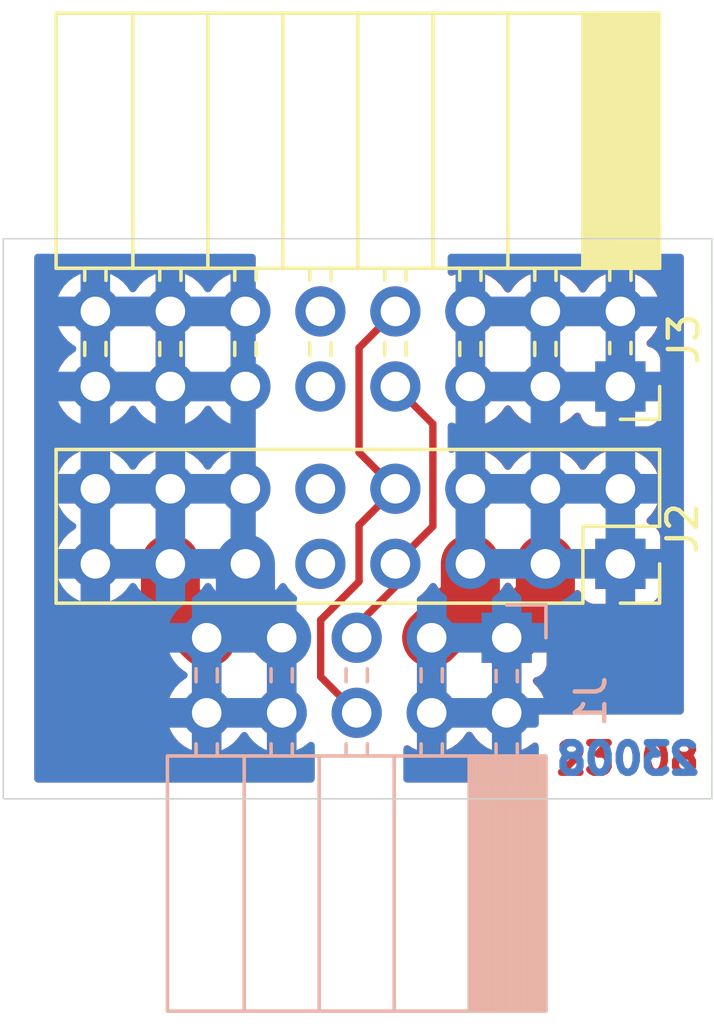
<source format=kicad_pcb>
(kicad_pcb (version 20211014) (generator pcbnew)
  (layers (0 "F.Cu" signal) (31 "B.Cu" signal) (34 "B.Paste" user) (35 "F.Paste" user) (36 "B.SilkS" user "B.Silkscreen") (37 "F.SilkS" user "F.Silkscreen") (38 "B.Mask" user) (39 "F.Mask" user) (44 "Edge.Cuts" user))
  (net 0 "")
  (net 1 "GND")
  (net 2 "+24V")
  (net 3 "Net-(D3-Pad2)")
  (net 4 "Net-(D4-Pad2)")
  (net 5 "/canh")
  (net 6 "Net-(J1-Pad6)")
  (net 7 "Net-(J2-Pad10)")
  (net 8 "Net-(J2-Pad9)")
  (footprint "Connector_PinSocket_2.54mm:PinSocket_2x08_P2.54mm_Vertical" (layer "F.Cu") (at 142.85 65.6 -90)
    (fp_text reference "J2" (at -1.2 -2.1 90) (layer "F.SilkS"))
    (fp_text value "Conn_02x08_Odd_Even" hide)
    (fp_line (start -3.87 19.11) (end 1.33 19.11) (layer "F.SilkS") (width 0.12))
    (fp_line (start -3.87 -1.33) (end -1.27 -1.33) (layer "F.SilkS") (width 0.12))
    (fp_line (start -1.27 1.27) (end 1.33 1.27) (layer "F.SilkS") (width 0.12))
    (fp_line (start 1.33 1.27) (end 1.33 19.11) (layer "F.SilkS") (width 0.12))
    (fp_line (start -1.27 -1.33) (end -1.27 1.27) (layer "F.SilkS") (width 0.12))
    (fp_line (start 0 -1.33) (end 1.33 -1.33) (layer "F.SilkS") (width 0.12))
    (fp_line (start 1.33 -1.33) (end 1.33 0) (layer "F.SilkS") (width 0.12))
    (fp_line (start -3.87 -1.33) (end -3.87 19.11) (layer "F.SilkS") (width 0.12))
    (pad "1" thru_hole rect locked (at 0 0 270) (size 1.7 1.7) (drill 1) (layers *.Cu *.Mask) (net 2 "+24V"))
    (pad "2" thru_hole oval locked (at -2.54 0 270) (size 1.7 1.7) (drill 1) (layers *.Cu *.Mask) (net 2 "+24V"))
    (pad "3" thru_hole oval locked (at 0 2.54 270) (size 1.7 1.7) (drill 1) (layers *.Cu *.Mask) (net 2 "+24V"))
    (pad "4" thru_hole oval locked (at -2.54 2.54 270) (size 1.7 1.7) (drill 1) (layers *.Cu *.Mask) (net 2 "+24V"))
    (pad "5" thru_hole oval locked (at 0 5.08 270) (size 1.7 1.7) (drill 1) (layers *.Cu *.Mask) (net 2 "+24V"))
    (pad "6" thru_hole oval locked (at -2.54 5.08 270) (size 1.7 1.7) (drill 1) (layers *.Cu *.Mask) (net 2 "+24V"))
    (pad "7" thru_hole oval locked (at 0 7.62 270) (size 1.7 1.7) (drill 1) (layers *.Cu *.Mask) (net 5 "/canh"))
    (pad "8" thru_hole oval locked (at -2.54 7.62 270) (size 1.7 1.7) (drill 1) (layers *.Cu *.Mask) (net 6 "Net-(J1-Pad6)"))
    (pad "9" thru_hole oval locked (at 0 10.16 270) (size 1.7 1.7) (drill 1) (layers *.Cu *.Mask) (net 8 "Net-(J2-Pad9)"))
    (pad "10" thru_hole oval locked (at -2.54 10.16 270) (size 1.7 1.7) (drill 1) (layers *.Cu *.Mask) (net 7 "Net-(J2-Pad10)"))
    (pad "11" thru_hole oval locked (at 0 12.7 270) (size 1.7 1.7) (drill 1) (layers *.Cu *.Mask) (net 1 "GND"))
    (pad "12" thru_hole oval locked (at -2.54 12.7 270) (size 1.7 1.7) (drill 1) (layers *.Cu *.Mask) (net 1 "GND"))
    (pad "13" thru_hole oval locked (at 0 15.24 270) (size 1.7 1.7) (drill 1) (layers *.Cu *.Mask) (net 1 "GND"))
    (pad "14" thru_hole oval locked (at -2.54 15.24 270) (size 1.7 1.7) (drill 1) (layers *.Cu *.Mask) (net 1 "GND"))
    (pad "15" thru_hole oval locked (at 0 17.78 270) (size 1.7 1.7) (drill 1) (layers *.Cu *.Mask) (net 1 "GND"))
    (pad "16" thru_hole oval locked (at -2.54 17.78 270) (size 1.7 1.7) (drill 1) (layers *.Cu *.Mask) (net 1 "GND"))
  )
  (footprint "Connector_PinSocket_2.54mm:PinSocket_2x08_P2.54mm_Horizontal" (layer "F.Cu") (at 142.85 59.6 -90)
    (fp_text reference "J3" (at -1.6 -2.15 90) (layer "F.SilkS"))
    (fp_text value "Conn_02x08_Odd_Even" hide)
    (fp_line (start -4 12.34) (end -3.59 12.34) (layer "F.SilkS") (width 0.12))
    (fp_line (start -1.49 -0.36) (end -1.11 -0.36) (layer "F.SilkS") (width 0.12))
    (fp_line (start -12.63 0.67952) (end -4 0.67952) (layer "F.SilkS") (width 0.12))
    (fp_line (start -1.49 14.88) (end -1.05 14.88) (layer "F.SilkS") (width 0.12))
    (fp_line (start -4 2.18) (end -3.59 2.18) (layer "F.SilkS") (width 0.12))
    (fp_line (start -12.63 -0.73762) (end -4 -0.73762) (layer "F.SilkS") (width 0.12))
    (fp_line (start -1.49 4.72) (end -1.05 4.72) (layer "F.SilkS") (width 0.12))
    (fp_line (start -4 0.36) (end -3.59 0.36) (layer "F.SilkS") (width 0.12))
    (fp_line (start -1.49 7.98) (end -1.05 7.98) (layer "F.SilkS") (width 0.12))
    (fp_line (start -4 10.52) (end -3.59 10.52) (layer "F.SilkS") (width 0.12))
    (fp_line (start -1.49 5.44) (end -1.05 5.44) (layer "F.SilkS") (width 0.12))
    (fp_line (start -12.63 11.43) (end -4 11.43) (layer "F.SilkS") (width 0.12))
    (fp_line (start -12.63 -0.147145) (end -4 -0.147145) (layer "F.SilkS") (width 0.12))
    (fp_line (start -12.63 -1.33) (end -12.63 19.11) (layer "F.SilkS") (width 0.12))
    (fp_line (start -12.63 13.97) (end -4 13.97) (layer "F.SilkS") (width 0.12))
    (fp_line (start -1.49 15.6) (end -1.05 15.6) (layer "F.SilkS") (width 0.12))
    (fp_line (start -1.49 7.26) (end -1.05 7.26) (layer "F.SilkS") (width 0.12))
    (fp_line (start 0 -1.33) (end 1.11 -1.33) (layer "F.SilkS") (width 0.12))
    (fp_line (start -1.49 18.14) (end -1.05 18.14) (layer "F.SilkS") (width 0.12))
    (fp_line (start -12.63 -0.26524) (end -4 -0.26524) (layer "F.SilkS") (width 0.12))
    (fp_line (start -4 5.44) (end -3.59 5.44) (layer "F.SilkS") (width 0.12))
    (fp_line (start -4 2.9) (end -3.59 2.9) (layer "F.SilkS") (width 0.12))
    (fp_line (start -12.63 19.11) (end -4 19.11) (layer "F.SilkS") (width 0.12))
    (fp_line (start -4 -1.33) (end -4 19.11) (layer "F.SilkS") (width 0.12))
    (fp_line (start -12.63 -0.383335) (end -4 -0.383335) (layer "F.SilkS") (width 0.12))
    (fp_line (start -4 15.6) (end -3.59 15.6) (layer "F.SilkS") (width 0.12))
    (fp_line (start -12.63 8.89) (end -4 8.89) (layer "F.SilkS") (width 0.12))
    (fp_line (start -12.63 -0.50143) (end -4 -0.50143) (layer "F.SilkS") (width 0.12))
    (fp_line (start -4 9.8) (end -3.59 9.8) (layer "F.SilkS") (width 0.12))
    (fp_line (start -12.63 0.20714) (end -4 0.20714) (layer "F.SilkS") (width 0.12))
    (fp_line (start -12.63 -1.091905) (end -4 -1.091905) (layer "F.SilkS") (width 0.12))
    (fp_line (start -1.49 9.8) (end -1.05 9.8) (layer "F.SilkS") (width 0.12))
    (fp_line (start -4 17.42) (end -3.59 17.42) (layer "F.SilkS") (width 0.12))
    (fp_line (start -12.63 1.1519) (end -4 1.1519) (layer "F.SilkS") (width 0.12))
    (fp_line (start -1.49 0.36) (end -1.11 0.36) (layer "F.SilkS") (width 0.12))
    (fp_line (start -12.63 16.51) (end -4 16.51) (layer "F.SilkS") (width 0.12))
    (fp_line (start -12.63 6.35) (end -4 6.35) (layer "F.SilkS") (width 0.12))
    (fp_line (start -12.63 0.44333) (end -4 0.44333) (layer "F.SilkS") (width 0.12))
    (fp_line (start -1.49 17.42) (end -1.05 17.42) (layer "F.SilkS") (width 0.12))
    (fp_line (start -12.63 1.27) (end -4 1.27) (layer "F.SilkS") (width 0.12))
    (fp_line (start -4 18.14) (end -3.59 18.14) (layer "F.SilkS") (width 0.12))
    (fp_line (start -12.63 1.033805) (end -4 1.033805) (layer "F.SilkS") (width 0.12))
    (fp_line (start -4 14.88) (end -3.59 14.88) (layer "F.SilkS") (width 0.12))
    (fp_line (start -12.63 -0.02905) (end -4 -0.02905) (layer "F.SilkS") (width 0.12))
    (fp_line (start -1.49 13.06) (end -1.05 13.06) (layer "F.SilkS") (width 0.12))
    (fp_line (start 1.11 -1.33) (end 1.11 0) (layer "F.SilkS") (width 0.12))
    (fp_line (start -12.63 -0.855715) (end -4 -0.855715) (layer "F.SilkS") (width 0.12))
    (fp_line (start -12.63 -1.33) (end -4 -1.33) (layer "F.SilkS") (width 0.12))
    (fp_line (start -4 4.72) (end -3.59 4.72) (layer "F.SilkS") (width 0.12))
    (fp_line (start -4 -0.36) (end -3.59 -0.36) (layer "F.SilkS") (width 0.12))
    (fp_line (start -1.49 12.34) (end -1.05 12.34) (layer "F.SilkS") (width 0.12))
    (fp_line (start -1.49 10.52) (end -1.05 10.52) (layer "F.SilkS") (width 0.12))
    (fp_line (start -12.63 0.561425) (end -4 0.561425) (layer "F.SilkS") (width 0.12))
    (fp_line (start -4 7.98) (end -3.59 7.98) (layer "F.SilkS") (width 0.12))
    (fp_line (start -12.63 0.325235) (end -4 0.325235) (layer "F.SilkS") (width 0.12))
    (fp_line (start -12.63 3.81) (end -4 3.81) (layer "F.SilkS") (width 0.12))
    (fp_line (start -1.49 2.9) (end -1.05 2.9) (layer "F.SilkS") (width 0.12))
    (fp_line (start -4 13.06) (end -3.59 13.06) (layer "F.SilkS") (width 0.12))
    (fp_line (start -12.63 -0.97381) (end -4 -0.97381) (layer "F.SilkS") (width 0.12))
    (fp_line (start -12.63 -1.21) (end -4 -1.21) (layer "F.SilkS") (width 0.12))
    (fp_line (start -12.63 0.089045) (end -4 0.089045) (layer "F.SilkS") (width 0.12))
    (fp_line (start -12.63 0.797615) (end -4 0.797615) (layer "F.SilkS") (width 0.12))
    (fp_line (start -12.63 0.91571) (end -4 0.91571) (layer "F.SilkS") (width 0.12))
    (fp_line (start -1.49 2.18) (end -1.05 2.18) (layer "F.SilkS") (width 0.12))
    (fp_line (start -4 7.26) (end -3.59 7.26) (layer "F.SilkS") (width 0.12))
    (fp_line (start -12.63 -0.619525) (end -4 -0.619525) (layer "F.SilkS") (width 0.12))
    (pad "1" thru_hole rect locked (at 0 0 270) (size 1.7 1.7) (drill 1) (layers *.Cu *.Mask) (net 2 "+24V"))
    (pad "2" thru_hole oval locked (at -2.54 0 270) (size 1.7 1.7) (drill 1) (layers *.Cu *.Mask) (net 2 "+24V"))
    (pad "3" thru_hole oval locked (at 0 2.54 270) (size 1.7 1.7) (drill 1) (layers *.Cu *.Mask) (net 2 "+24V"))
    (pad "4" thru_hole oval locked (at -2.54 2.54 270) (size 1.7 1.7) (drill 1) (layers *.Cu *.Mask) (net 2 "+24V"))
    (pad "5" thru_hole oval locked (at 0 5.08 270) (size 1.7 1.7) (drill 1) (layers *.Cu *.Mask) (net 2 "+24V"))
    (pad "6" thru_hole oval locked (at -2.54 5.08 270) (size 1.7 1.7) (drill 1) (layers *.Cu *.Mask) (net 2 "+24V"))
    (pad "7" thru_hole oval locked (at 0 7.62 270) (size 1.7 1.7) (drill 1) (layers *.Cu *.Mask) (net 5 "/canh"))
    (pad "8" thru_hole oval locked (at -2.54 7.62 270) (size 1.7 1.7) (drill 1) (layers *.Cu *.Mask) (net 6 "Net-(J1-Pad6)"))
    (pad "9" thru_hole oval locked (at 0 10.16 270) (size 1.7 1.7) (drill 1) (layers *.Cu *.Mask) (net 3 "Net-(D3-Pad2)"))
    (pad "10" thru_hole oval locked (at -2.54 10.16 270) (size 1.7 1.7) (drill 1) (layers *.Cu *.Mask) (net 4 "Net-(D4-Pad2)"))
    (pad "11" thru_hole oval locked (at 0 12.7 270) (size 1.7 1.7) (drill 1) (layers *.Cu *.Mask) (net 1 "GND"))
    (pad "12" thru_hole oval locked (at -2.54 12.7 270) (size 1.7 1.7) (drill 1) (layers *.Cu *.Mask) (net 1 "GND"))
    (pad "13" thru_hole oval locked (at 0 15.24 270) (size 1.7 1.7) (drill 1) (layers *.Cu *.Mask) (net 1 "GND"))
    (pad "14" thru_hole oval locked (at -2.54 15.24 270) (size 1.7 1.7) (drill 1) (layers *.Cu *.Mask) (net 1 "GND"))
    (pad "15" thru_hole oval locked (at 0 17.78 270) (size 1.7 1.7) (drill 1) (layers *.Cu *.Mask) (net 1 "GND"))
    (pad "16" thru_hole oval locked (at -2.54 17.78 270) (size 1.7 1.7) (drill 1) (layers *.Cu *.Mask) (net 1 "GND"))
  )
  (footprint "Connector_PinSocket_2.54mm:PinSocket_2x05_P2.54mm_Horizontal" (layer "B.Cu") (at 139 68.1 90)
    (fp_text reference "J1" (at -2.15 2.85 90) (layer "B.SilkS") (effects (justify mirror)))
    (fp_text value "Conn_02x05_Odd_Even" hide)
    (fp_line (start -4 -7.26) (end -3.59 -7.26) (layer "B.SilkS") (width 0.12))
    (fp_line (start -12.63 -11.49) (end -4 -11.49) (layer "B.SilkS") (width 0.12))
    (fp_line (start -12.63 0.02905) (end -4 0.02905) (layer "B.SilkS") (width 0.12))
    (fp_line (start -1.49 -10.52) (end -1.05 -10.52) (layer "B.SilkS") (width 0.12))
    (fp_line (start -4 1.33) (end -4 -11.49) (layer "B.SilkS") (width 0.12))
    (fp_line (start -1.49 -2.9) (end -1.05 -2.9) (layer "B.SilkS") (width 0.12))
    (fp_line (start -12.63 0.97381) (end -4 0.97381) (layer "B.SilkS") (width 0.12))
    (fp_line (start -1.49 0.36) (end -1.11 0.36) (layer "B.SilkS") (width 0.12))
    (fp_line (start 0 1.33) (end 1.11 1.33) (layer "B.SilkS") (width 0.12))
    (fp_line (start -12.63 -0.67952) (end -4 -0.67952) (layer "B.SilkS") (width 0.12))
    (fp_line (start -12.63 1.33) (end -4 1.33) (layer "B.SilkS") (width 0.12))
    (fp_line (start -4 0.36) (end -3.59 0.36) (layer "B.SilkS") (width 0.12))
    (fp_line (start -12.63 -0.44333) (end -4 -0.44333) (layer "B.SilkS") (width 0.12))
    (fp_line (start -12.63 -0.20714) (end -4 -0.20714) (layer "B.SilkS") (width 0.12))
    (fp_line (start -4 -2.9) (end -3.59 -2.9) (layer "B.SilkS") (width 0.12))
    (fp_line (start -1.49 -7.26) (end -1.05 -7.26) (layer "B.SilkS") (width 0.12))
    (fp_line (start -4 -9.8) (end -3.59 -9.8) (layer "B.SilkS") (width 0.12))
    (fp_line (start -12.63 -0.561425) (end -4 -0.561425) (layer "B.SilkS") (width 0.12))
    (fp_line (start -12.63 0.73762) (end -4 0.73762) (layer "B.SilkS") (width 0.12))
    (fp_line (start -12.63 -6.35) (end -4 -6.35) (layer "B.SilkS") (width 0.12))
    (fp_line (start -12.63 0.147145) (end -4 0.147145) (layer "B.SilkS") (width 0.12))
    (fp_line (start -12.63 -1.033805) (end -4 -1.033805) (layer "B.SilkS") (width 0.12))
    (fp_line (start -12.63 0.50143) (end -4 0.50143) (layer "B.SilkS") (width 0.12))
    (fp_line (start -12.63 -3.81) (end -4 -3.81) (layer "B.SilkS") (width 0.12))
    (fp_line (start -12.63 0.619525) (end -4 0.619525) (layer "B.SilkS") (width 0.12))
    (fp_line (start -12.63 -1.1519) (end -4 -1.1519) (layer "B.SilkS") (width 0.12))
    (fp_line (start -4 -10.52) (end -3.59 -10.52) (layer "B.SilkS") (width 0.12))
    (fp_line (start -4 -5.44) (end -3.59 -5.44) (layer "B.SilkS") (width 0.12))
    (fp_line (start -12.63 -0.089045) (end -4 -0.089045) (layer "B.SilkS") (width 0.12))
    (fp_line (start -12.63 -1.27) (end -4 -1.27) (layer "B.SilkS") (width 0.12))
    (fp_line (start -4 -7.98) (end -3.59 -7.98) (layer "B.SilkS") (width 0.12))
    (fp_line (start -12.63 -0.797615) (end -4 -0.797615) (layer "B.SilkS") (width 0.12))
    (fp_line (start -12.63 0.855715) (end -4 0.855715) (layer "B.SilkS") (width 0.12))
    (fp_line (start -1.49 -0.36) (end -1.11 -0.36) (layer "B.SilkS") (width 0.12))
    (fp_line (start -1.49 -7.98) (end -1.05 -7.98) (layer "B.SilkS") (width 0.12))
    (fp_line (start 1.11 1.33) (end 1.11 0) (layer "B.SilkS") (width 0.12))
    (fp_line (start -1.49 -2.18) (end -1.05 -2.18) (layer "B.SilkS") (width 0.12))
    (fp_line (start -1.49 -5.44) (end -1.05 -5.44) (layer "B.SilkS") (width 0.12))
    (fp_line (start -12.63 0.26524) (end -4 0.26524) (layer "B.SilkS") (width 0.12))
    (fp_line (start -12.63 -8.89) (end -4 -8.89) (layer "B.SilkS") (width 0.12))
    (fp_line (start -4 -0.36) (end -3.59 -0.36) (layer "B.SilkS") (width 0.12))
    (fp_line (start -4 -2.18) (end -3.59 -2.18) (layer "B.SilkS") (width 0.12))
    (fp_line (start -1.49 -9.8) (end -1.05 -9.8) (layer "B.SilkS") (width 0.12))
    (fp_line (start -4 -4.72) (end -3.59 -4.72) (layer "B.SilkS") (width 0.12))
    (fp_line (start -12.63 0.383335) (end -4 0.383335) (layer "B.SilkS") (width 0.12))
    (fp_line (start -12.63 1.21) (end -4 1.21) (layer "B.SilkS") (width 0.12))
    (fp_line (start -12.63 1.33) (end -12.63 -11.49) (layer "B.SilkS") (width 0.12))
    (fp_line (start -12.63 -0.325235) (end -4 -0.325235) (layer "B.SilkS") (width 0.12))
    (fp_line (start -12.63 -0.91571) (end -4 -0.91571) (layer "B.SilkS") (width 0.12))
    (fp_line (start -12.63 1.091905) (end -4 1.091905) (layer "B.SilkS") (width 0.12))
    (fp_line (start -1.49 -4.72) (end -1.05 -4.72) (layer "B.SilkS") (width 0.12))
    (pad "1" thru_hole rect locked (at 0 0 90) (size 1.7 1.7) (drill 1) (layers *.Cu *.Mask) (net 2 "+24V"))
    (pad "2" thru_hole oval locked (at -2.54 0 90) (size 1.7 1.7) (drill 1) (layers *.Cu *.Mask) (net 2 "+24V"))
    (pad "3" thru_hole oval locked (at 0 -2.54 90) (size 1.7 1.7) (drill 1) (layers *.Cu *.Mask) (net 2 "+24V"))
    (pad "4" thru_hole oval locked (at -2.54 -2.54 90) (size 1.7 1.7) (drill 1) (layers *.Cu *.Mask) (net 2 "+24V"))
    (pad "5" thru_hole oval locked (at 0 -5.08 90) (size 1.7 1.7) (drill 1) (layers *.Cu *.Mask) (net 5 "/canh"))
    (pad "6" thru_hole oval locked (at -2.54 -5.08 90) (size 1.7 1.7) (drill 1) (layers *.Cu *.Mask) (net 6 "Net-(J1-Pad6)"))
    (pad "7" thru_hole oval locked (at 0 -7.62 90) (size 1.7 1.7) (drill 1) (layers *.Cu *.Mask) (net 1 "GND"))
    (pad "8" thru_hole oval locked (at -2.54 -7.62 90) (size 1.7 1.7) (drill 1) (layers *.Cu *.Mask) (net 1 "GND"))
    (pad "9" thru_hole oval locked (at 0 -10.16 90) (size 1.7 1.7) (drill 1) (layers *.Cu *.Mask) (net 1 "GND"))
    (pad "10" thru_hole oval locked (at -2.54 -10.16 90) (size 1.7 1.7) (drill 1) (layers *.Cu *.Mask) (net 1 "GND"))
  )
  (gr_line (start 121.95 54.6) (end 145.95 54.6) (layer "Edge.Cuts") (width 0.05))
  (gr_line (start 121.95 73.55) (end 121.95 54.6) (layer "Edge.Cuts") (width 0.05))
  (gr_line (start 145.95 54.6) (end 145.95 73.55) (layer "Edge.Cuts") (width 0.05))
  (gr_line (start 145.95 73.55) (end 121.95 73.55) (layer "Edge.Cuts") (width 0.05))
  (gr_text "23008" (at 143.1 72.2) (layer "F.Cu") (effects (font (size 1 1) (thickness 0.25))))
  (gr_text "23008" (at 143.1 72.2) (layer "B.Cu") (effects (font (size 1 1) (thickness 0.25)) (justify mirror)))
  (segment (start 127.61 65.6) (end 127.61 66.87) (width 2) (layer "F.Cu") (net 1))
  (segment (start 130.15 66.875) (end 131.375 68.1) (width 2) (layer "F.Cu") (net 1))
  (segment (start 130.15 65.6) (end 130.15 66.875) (width 2) (layer "F.Cu") (net 1))
  (segment (start 127.61 66.87) (end 128.84 68.1) (width 2) (layer "F.Cu") (net 1))
  (segment (start 130.15 65.6) (end 130.15 66.87) (width 2) (layer "B.Cu") (net 1))
  (segment (start 130.15 66.87) (end 131.38 68.1) (width 2) (layer "B.Cu") (net 1))
  (segment (start 137.77 59.6) (end 137.77 63.06) (width 1) (layer "F.Cu") (net 2))
  (segment (start 137.77 57.06) (end 137.77 59.6) (width 1) (layer "F.Cu") (net 2))
  (segment (start 140.31 65.6) (end 140.31 66.79) (width 2) (layer "F.Cu") (net 2))
  (segment (start 137.77 65.6) (end 137.77 66.79) (width 2) (layer "F.Cu") (net 2))
  (segment (start 140.31 66.79) (end 139 68.1) (width 2) (layer "F.Cu") (net 2))
  (segment (start 137.77 66.79) (end 136.46 68.1) (width 2) (layer "F.Cu") (net 2))
  (segment (start 133.92 68.1) (end 133.92 67.68) (width 0.25) (layer "F.Cu") (net 5))
  (segment (start 136.5 60.87) (end 135.23 59.6) (width 0.25) (layer "F.Cu") (net 5))
  (segment (start 133.92 67.68) (end 135.23 66.37) (width 0.25) (layer "F.Cu") (net 5))
  (segment (start 135.23 66.37) (end 135.23 65.6) (width 0.25) (layer "F.Cu") (net 5))
  (segment (start 136.5 64.33) (end 136.5 60.87) (width 0.25) (layer "F.Cu") (net 5))
  (segment (start 135.23 65.6) (end 136.5 64.33) (width 0.25) (layer "F.Cu") (net 5))
  (segment (start 134 58.29) (end 134 61.83) (width 0.25) (layer "F.Cu") (net 6))
  (segment (start 132.7 67.5) (end 134 66.2) (width 0.25) (layer "F.Cu") (net 6))
  (segment (start 132.7 69.42) (end 132.7 67.5) (width 0.25) (layer "F.Cu") (net 6))
  (segment (start 135.23 57.06) (end 134 58.29) (width 0.25) (layer "F.Cu") (net 6))
  (segment (start 134 61.83) (end 135.23 63.06) (width 0.25) (layer "F.Cu") (net 6))
  (segment (start 133.92 70.64) (end 132.7 69.42) (width 0.25) (layer "F.Cu") (net 6))
  (segment (start 134 64.29) (end 135.23 63.06) (width 0.25) (layer "F.Cu") (net 6))
  (segment (start 134 66.2) (end 134 64.29) (width 0.25) (layer "F.Cu") (net 6))
  (zone (net 2) (net_name "+24V") (layer "F.Cu") (connect_pads (clearance 0.508)) (min_thickness 0.254) (fill yes (thermal_gap 0.5) (thermal_bridge_width 1))
    (polygon (pts (xy 145 73) (xy 135.5 73) (xy 135.5 67) (xy 137 65.5) (xy 137 55) (xy 145 55)))
  )
  (zone (net 1) (net_name "GND") (layer "F.Cu") (connect_pads (clearance 0.508)) (min_thickness 0.254) (fill yes (thermal_gap 0.508) (thermal_bridge_width 1))
    (polygon (pts (xy 130.5 65) (xy 132.5 67) (xy 132.5 73) (xy 123 73) (xy 123 55) (xy 130.5 55)))
  )
  (zone (net 1) (net_name "GND") (layer "B.Cu") (connect_pads (clearance 0.508)) (min_thickness 0.254) (fill yes (thermal_gap 0.508) (thermal_bridge_width 1))
    (polygon (pts (xy 130.5 65) (xy 132.5 67) (xy 132.5 73) (xy 123 73) (xy 123 55) (xy 130.5 55)))
  )
  (zone (net 2) (net_name "+24V") (layer "B.Cu") (connect_pads (clearance 0.508)) (min_thickness 0.254) (fill yes (thermal_gap 0.508) (thermal_bridge_width 1))
    (polygon (pts (xy 145 73) (xy 135.5 73) (xy 135.5 67) (xy 137 65.5) (xy 137 55) (xy 145 55)))
  )
)
</source>
